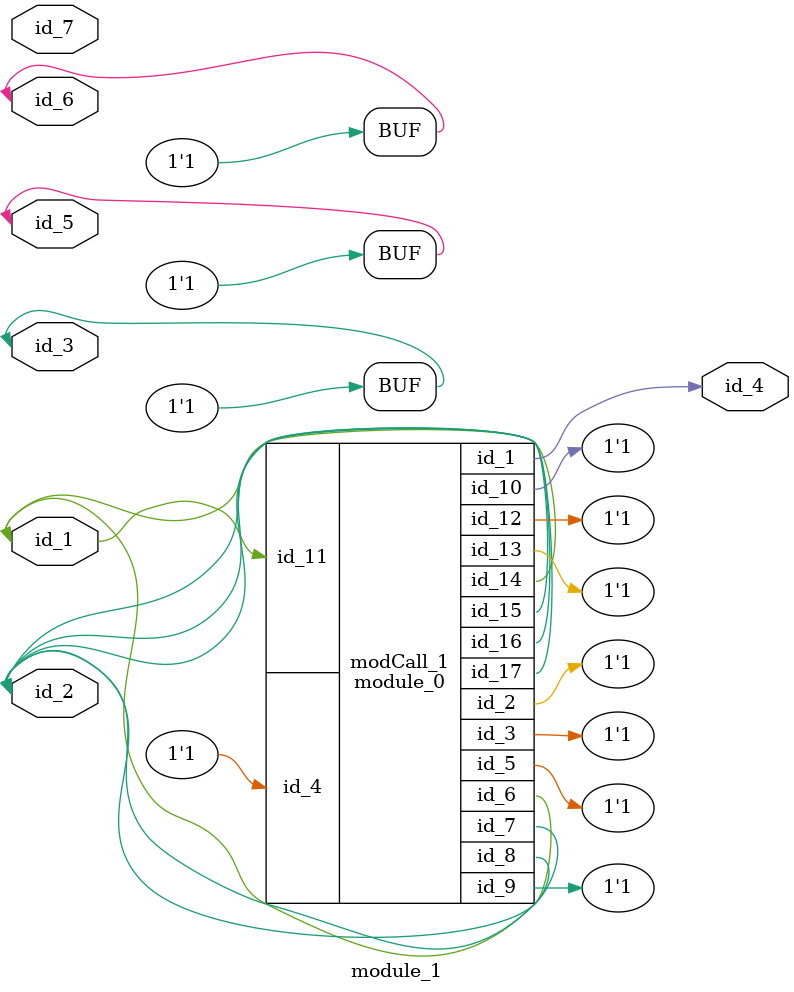
<source format=v>
module module_0 (
    id_1,
    id_2,
    id_3,
    id_4,
    id_5,
    id_6,
    id_7,
    id_8,
    id_9,
    id_10,
    id_11,
    id_12,
    id_13,
    id_14,
    id_15,
    id_16,
    id_17
);
  output wire id_17;
  inout wire id_16;
  output wire id_15;
  output wire id_14;
  inout wire id_13;
  inout wire id_12;
  input wire id_11;
  inout wire id_10;
  inout wire id_9;
  inout wire id_8;
  inout wire id_7;
  inout wire id_6;
  inout wire id_5;
  input wire id_4;
  inout wire id_3;
  inout wire id_2;
  output wire id_1;
endmodule
module module_1 (
    id_1,
    id_2,
    id_3,
    id_4,
    id_5,
    id_6,
    id_7
);
  input wire id_7;
  inout wire id_6;
  inout wire id_5;
  output wire id_4;
  inout wire id_3;
  inout wire id_2;
  inout wire id_1;
  assign id_5 = id_6;
  module_0 modCall_1 (
      id_4,
      id_6,
      id_6,
      id_3,
      id_6,
      id_1,
      id_2,
      id_2,
      id_3,
      id_6,
      id_1,
      id_3,
      id_5,
      id_1,
      id_2,
      id_2,
      id_2
  );
  wire id_8;
  assign id_3 = {-1};
  assign id_5 = id_3;
endmodule

</source>
